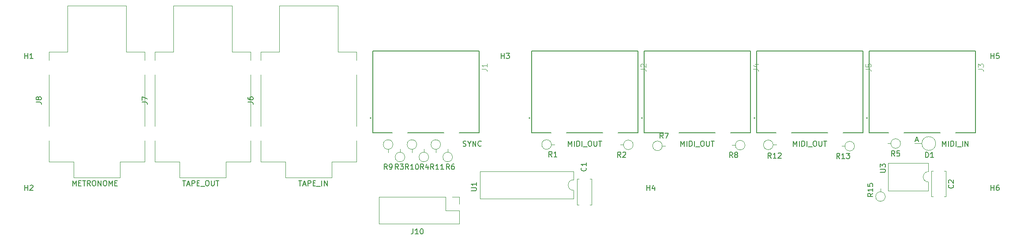
<source format=gbr>
%TF.GenerationSoftware,KiCad,Pcbnew,5.1.10*%
%TF.CreationDate,2021-09-20T11:14:50+10:00*%
%TF.ProjectId,MCB1,4d434231-2e6b-4696-9361-645f70636258,rev?*%
%TF.SameCoordinates,Original*%
%TF.FileFunction,Legend,Top*%
%TF.FilePolarity,Positive*%
%FSLAX46Y46*%
G04 Gerber Fmt 4.6, Leading zero omitted, Abs format (unit mm)*
G04 Created by KiCad (PCBNEW 5.1.10) date 2021-09-20 11:14:50*
%MOMM*%
%LPD*%
G01*
G04 APERTURE LIST*
%ADD10C,0.120000*%
%ADD11C,0.127000*%
%ADD12C,0.200000*%
%ADD13C,0.150000*%
%ADD14C,0.015000*%
G04 APERTURE END LIST*
D10*
%TO.C,C1*%
X170016500Y-100617500D02*
X170016500Y-95677500D01*
X172756500Y-100617500D02*
X172756500Y-95677500D01*
X170016500Y-100617500D02*
X170331500Y-100617500D01*
X172441500Y-100617500D02*
X172756500Y-100617500D01*
X170016500Y-95677500D02*
X170331500Y-95677500D01*
X172441500Y-95677500D02*
X172756500Y-95677500D01*
%TO.C,C2*%
X240450000Y-94090000D02*
X240765000Y-94090000D01*
X238025000Y-94090000D02*
X238340000Y-94090000D01*
X240450000Y-99030000D02*
X240765000Y-99030000D01*
X238025000Y-99030000D02*
X238340000Y-99030000D01*
X240765000Y-99030000D02*
X240765000Y-94090000D01*
X238025000Y-99030000D02*
X238025000Y-94090000D01*
%TO.C,R1*%
X165067500Y-89027000D02*
G75*
G03*
X165067500Y-89027000I-920000J0D01*
G01*
X165067500Y-89027000D02*
X165687500Y-89027000D01*
%TO.C,R2*%
X178912000Y-89090500D02*
X178292000Y-89090500D01*
X180752000Y-89090500D02*
G75*
G03*
X180752000Y-89090500I-920000J0D01*
G01*
%TO.C,R3*%
X136017000Y-90520000D02*
X136017000Y-89900000D01*
X136937000Y-91440000D02*
G75*
G03*
X136937000Y-91440000I-920000J0D01*
G01*
%TO.C,R4*%
X141509000Y-91440000D02*
G75*
G03*
X141509000Y-91440000I-920000J0D01*
G01*
X140589000Y-90520000D02*
X140589000Y-89900000D01*
%TO.C,R5*%
X230220000Y-88836500D02*
X229600000Y-88836500D01*
X232060000Y-88836500D02*
G75*
G03*
X232060000Y-88836500I-920000J0D01*
G01*
%TO.C,R6*%
X145161000Y-90520000D02*
X145161000Y-89900000D01*
X146081000Y-91440000D02*
G75*
G03*
X146081000Y-91440000I-920000J0D01*
G01*
%TO.C,R7*%
X186340000Y-89281000D02*
X186960000Y-89281000D01*
X186340000Y-89281000D02*
G75*
G03*
X186340000Y-89281000I-920000J0D01*
G01*
%TO.C,R8*%
X202215000Y-89154000D02*
G75*
G03*
X202215000Y-89154000I-920000J0D01*
G01*
X200375000Y-89154000D02*
X199755000Y-89154000D01*
%TO.C,R9*%
X134651000Y-89027000D02*
G75*
G03*
X134651000Y-89027000I-920000J0D01*
G01*
X133731000Y-89947000D02*
X133731000Y-90567000D01*
%TO.C,R10*%
X138303000Y-89947000D02*
X138303000Y-90567000D01*
X139223000Y-89027000D02*
G75*
G03*
X139223000Y-89027000I-920000J0D01*
G01*
%TO.C,R11*%
X143795000Y-89027000D02*
G75*
G03*
X143795000Y-89027000I-920000J0D01*
G01*
X142875000Y-89947000D02*
X142875000Y-90567000D01*
%TO.C,R12*%
X207612500Y-89090500D02*
X208232500Y-89090500D01*
X207612500Y-89090500D02*
G75*
G03*
X207612500Y-89090500I-920000J0D01*
G01*
%TO.C,R13*%
X223233500Y-89344500D02*
G75*
G03*
X223233500Y-89344500I-920000J0D01*
G01*
X221393500Y-89344500D02*
X220773500Y-89344500D01*
%TO.C,R15*%
X229139000Y-99060000D02*
G75*
G03*
X229139000Y-99060000I-920000J0D01*
G01*
X228219000Y-98140000D02*
X228219000Y-97520000D01*
D11*
%TO.C,J1*%
X151170000Y-71040000D02*
X151170000Y-86740000D01*
X151170000Y-86740000D02*
X147420000Y-86740000D01*
X144470000Y-86740000D02*
X137470000Y-86740000D01*
X134520000Y-86740000D02*
X130770000Y-86740000D01*
X130770000Y-86740000D02*
X130770000Y-71040000D01*
X130770000Y-71040000D02*
X151170000Y-71040000D01*
D12*
X130470000Y-83940000D02*
G75*
G03*
X130470000Y-83940000I-100000J0D01*
G01*
D11*
%TO.C,J2*%
X181650000Y-71040000D02*
X181650000Y-86740000D01*
X181650000Y-86740000D02*
X177900000Y-86740000D01*
X174950000Y-86740000D02*
X167950000Y-86740000D01*
X165000000Y-86740000D02*
X161250000Y-86740000D01*
X161250000Y-86740000D02*
X161250000Y-71040000D01*
X161250000Y-71040000D02*
X181650000Y-71040000D01*
D12*
X160950000Y-83940000D02*
G75*
G03*
X160950000Y-83940000I-100000J0D01*
G01*
%TO.C,J3*%
X225720000Y-83946500D02*
G75*
G03*
X225720000Y-83946500I-100000J0D01*
G01*
D11*
X226020000Y-71046500D02*
X246420000Y-71046500D01*
X226020000Y-86746500D02*
X226020000Y-71046500D01*
X229770000Y-86746500D02*
X226020000Y-86746500D01*
X239720000Y-86746500D02*
X232720000Y-86746500D01*
X246420000Y-86746500D02*
X242670000Y-86746500D01*
X246420000Y-71046500D02*
X246420000Y-86746500D01*
D12*
%TO.C,J4*%
X182540000Y-83940000D02*
G75*
G03*
X182540000Y-83940000I-100000J0D01*
G01*
D11*
X182840000Y-71040000D02*
X203240000Y-71040000D01*
X182840000Y-86740000D02*
X182840000Y-71040000D01*
X186590000Y-86740000D02*
X182840000Y-86740000D01*
X196540000Y-86740000D02*
X189540000Y-86740000D01*
X203240000Y-86740000D02*
X199490000Y-86740000D01*
X203240000Y-71040000D02*
X203240000Y-86740000D01*
%TO.C,J5*%
X224830000Y-71040000D02*
X224830000Y-86740000D01*
X224830000Y-86740000D02*
X221080000Y-86740000D01*
X218130000Y-86740000D02*
X211130000Y-86740000D01*
X208180000Y-86740000D02*
X204430000Y-86740000D01*
X204430000Y-86740000D02*
X204430000Y-71040000D01*
X204430000Y-71040000D02*
X224830000Y-71040000D01*
D12*
X204130000Y-83940000D02*
G75*
G03*
X204130000Y-83940000I-100000J0D01*
G01*
D10*
%TO.C,U1*%
X169287500Y-95837500D02*
X169287500Y-94187500D01*
X169287500Y-94187500D02*
X151387500Y-94187500D01*
X151387500Y-94187500D02*
X151387500Y-99487500D01*
X151387500Y-99487500D02*
X169287500Y-99487500D01*
X169287500Y-99487500D02*
X169287500Y-97837500D01*
X169287500Y-97837500D02*
G75*
G02*
X169287500Y-95837500I0J1000000D01*
G01*
%TO.C,J10*%
X132020000Y-99127000D02*
X132020000Y-104327000D01*
X144780000Y-99127000D02*
X132020000Y-99127000D01*
X147380000Y-104327000D02*
X132020000Y-104327000D01*
X144780000Y-99127000D02*
X144780000Y-101727000D01*
X144780000Y-101727000D02*
X147380000Y-101727000D01*
X147380000Y-101727000D02*
X147380000Y-104327000D01*
X146050000Y-99127000D02*
X147380000Y-99127000D01*
X147380000Y-99127000D02*
X147380000Y-100457000D01*
%TO.C,J6*%
X112858000Y-71148000D02*
X109258000Y-71148000D01*
X114008000Y-92388000D02*
X109258000Y-92388000D01*
X114008000Y-95388000D02*
X114008000Y-92388000D01*
X122908000Y-95388000D02*
X114008000Y-95388000D01*
X127698000Y-92388000D02*
X122948000Y-92388000D01*
X109258000Y-92388000D02*
X109258000Y-88268000D01*
X109258000Y-85468000D02*
X109258000Y-75568000D01*
X127698000Y-75568000D02*
X127698000Y-85468000D01*
X127698000Y-88268000D02*
X127698000Y-92388000D01*
X127698000Y-71148000D02*
X127698000Y-72768000D01*
X109258000Y-71148000D02*
X109258000Y-72768000D01*
X127698000Y-71148000D02*
X124098000Y-71148000D01*
X122948000Y-95388000D02*
X122948000Y-92388000D01*
X124098000Y-71148000D02*
X124098000Y-62298000D01*
X124098000Y-62298000D02*
X112858000Y-62298000D01*
X112858000Y-71148000D02*
X112858000Y-62298000D01*
%TO.C,J7*%
X92538000Y-71148000D02*
X92538000Y-62298000D01*
X103778000Y-62298000D02*
X92538000Y-62298000D01*
X103778000Y-71148000D02*
X103778000Y-62298000D01*
X102628000Y-95388000D02*
X102628000Y-92388000D01*
X107378000Y-71148000D02*
X103778000Y-71148000D01*
X88938000Y-71148000D02*
X88938000Y-72768000D01*
X107378000Y-71148000D02*
X107378000Y-72768000D01*
X107378000Y-88268000D02*
X107378000Y-92388000D01*
X107378000Y-75568000D02*
X107378000Y-85468000D01*
X88938000Y-85468000D02*
X88938000Y-75568000D01*
X88938000Y-92388000D02*
X88938000Y-88268000D01*
X107378000Y-92388000D02*
X102628000Y-92388000D01*
X102588000Y-95388000D02*
X93688000Y-95388000D01*
X93688000Y-95388000D02*
X93688000Y-92388000D01*
X93688000Y-92388000D02*
X88938000Y-92388000D01*
X92538000Y-71148000D02*
X88938000Y-71148000D01*
%TO.C,J8*%
X72218000Y-71148000D02*
X68618000Y-71148000D01*
X73368000Y-92388000D02*
X68618000Y-92388000D01*
X73368000Y-95388000D02*
X73368000Y-92388000D01*
X82268000Y-95388000D02*
X73368000Y-95388000D01*
X87058000Y-92388000D02*
X82308000Y-92388000D01*
X68618000Y-92388000D02*
X68618000Y-88268000D01*
X68618000Y-85468000D02*
X68618000Y-75568000D01*
X87058000Y-75568000D02*
X87058000Y-85468000D01*
X87058000Y-88268000D02*
X87058000Y-92388000D01*
X87058000Y-71148000D02*
X87058000Y-72768000D01*
X68618000Y-71148000D02*
X68618000Y-72768000D01*
X87058000Y-71148000D02*
X83458000Y-71148000D01*
X82308000Y-95388000D02*
X82308000Y-92388000D01*
X83458000Y-71148000D02*
X83458000Y-62298000D01*
X83458000Y-62298000D02*
X72218000Y-62298000D01*
X72218000Y-71148000D02*
X72218000Y-62298000D01*
%TO.C,U3*%
X237423000Y-97900000D02*
X237423000Y-96250000D01*
X229683000Y-97900000D02*
X237423000Y-97900000D01*
X229683000Y-92600000D02*
X229683000Y-97900000D01*
X237423000Y-92600000D02*
X229683000Y-92600000D01*
X237423000Y-94250000D02*
X237423000Y-92600000D01*
X237423000Y-96250000D02*
G75*
G02*
X237423000Y-94250000I0J1000000D01*
G01*
%TO.C,D1*%
X236163629Y-88836500D02*
X234780000Y-88836500D01*
X238816371Y-88836500D02*
G75*
G03*
X238816371Y-88836500I-1326371J0D01*
G01*
%TO.C,C1*%
D13*
X171680142Y-93511666D02*
X171727761Y-93559285D01*
X171775380Y-93702142D01*
X171775380Y-93797380D01*
X171727761Y-93940238D01*
X171632523Y-94035476D01*
X171537285Y-94083095D01*
X171346809Y-94130714D01*
X171203952Y-94130714D01*
X171013476Y-94083095D01*
X170918238Y-94035476D01*
X170823000Y-93940238D01*
X170775380Y-93797380D01*
X170775380Y-93702142D01*
X170823000Y-93559285D01*
X170870619Y-93511666D01*
X171775380Y-92559285D02*
X171775380Y-93130714D01*
X171775380Y-92845000D02*
X170775380Y-92845000D01*
X170918238Y-92940238D01*
X171013476Y-93035476D01*
X171061095Y-93130714D01*
%TO.C,C2*%
X242165142Y-96813666D02*
X242212761Y-96861285D01*
X242260380Y-97004142D01*
X242260380Y-97099380D01*
X242212761Y-97242238D01*
X242117523Y-97337476D01*
X242022285Y-97385095D01*
X241831809Y-97432714D01*
X241688952Y-97432714D01*
X241498476Y-97385095D01*
X241403238Y-97337476D01*
X241308000Y-97242238D01*
X241260380Y-97099380D01*
X241260380Y-97004142D01*
X241308000Y-96861285D01*
X241355619Y-96813666D01*
X241355619Y-96432714D02*
X241308000Y-96385095D01*
X241260380Y-96289857D01*
X241260380Y-96051761D01*
X241308000Y-95956523D01*
X241355619Y-95908904D01*
X241450857Y-95861285D01*
X241546095Y-95861285D01*
X241688952Y-95908904D01*
X242260380Y-96480333D01*
X242260380Y-95861285D01*
%TO.C,R1*%
X165187333Y-91384380D02*
X164854000Y-90908190D01*
X164615904Y-91384380D02*
X164615904Y-90384380D01*
X164996857Y-90384380D01*
X165092095Y-90432000D01*
X165139714Y-90479619D01*
X165187333Y-90574857D01*
X165187333Y-90717714D01*
X165139714Y-90812952D01*
X165092095Y-90860571D01*
X164996857Y-90908190D01*
X164615904Y-90908190D01*
X166139714Y-91384380D02*
X165568285Y-91384380D01*
X165854000Y-91384380D02*
X165854000Y-90384380D01*
X165758761Y-90527238D01*
X165663523Y-90622476D01*
X165568285Y-90670095D01*
%TO.C,R2*%
X178395333Y-91462880D02*
X178062000Y-90986690D01*
X177823904Y-91462880D02*
X177823904Y-90462880D01*
X178204857Y-90462880D01*
X178300095Y-90510500D01*
X178347714Y-90558119D01*
X178395333Y-90653357D01*
X178395333Y-90796214D01*
X178347714Y-90891452D01*
X178300095Y-90939071D01*
X178204857Y-90986690D01*
X177823904Y-90986690D01*
X178776285Y-90558119D02*
X178823904Y-90510500D01*
X178919142Y-90462880D01*
X179157238Y-90462880D01*
X179252476Y-90510500D01*
X179300095Y-90558119D01*
X179347714Y-90653357D01*
X179347714Y-90748595D01*
X179300095Y-90891452D01*
X178728666Y-91462880D01*
X179347714Y-91462880D01*
%TO.C,R3*%
X135723333Y-93797380D02*
X135390000Y-93321190D01*
X135151904Y-93797380D02*
X135151904Y-92797380D01*
X135532857Y-92797380D01*
X135628095Y-92845000D01*
X135675714Y-92892619D01*
X135723333Y-92987857D01*
X135723333Y-93130714D01*
X135675714Y-93225952D01*
X135628095Y-93273571D01*
X135532857Y-93321190D01*
X135151904Y-93321190D01*
X136056666Y-92797380D02*
X136675714Y-92797380D01*
X136342380Y-93178333D01*
X136485238Y-93178333D01*
X136580476Y-93225952D01*
X136628095Y-93273571D01*
X136675714Y-93368809D01*
X136675714Y-93606904D01*
X136628095Y-93702142D01*
X136580476Y-93749761D01*
X136485238Y-93797380D01*
X136199523Y-93797380D01*
X136104285Y-93749761D01*
X136056666Y-93702142D01*
%TO.C,R4*%
X140549333Y-93797380D02*
X140216000Y-93321190D01*
X139977904Y-93797380D02*
X139977904Y-92797380D01*
X140358857Y-92797380D01*
X140454095Y-92845000D01*
X140501714Y-92892619D01*
X140549333Y-92987857D01*
X140549333Y-93130714D01*
X140501714Y-93225952D01*
X140454095Y-93273571D01*
X140358857Y-93321190D01*
X139977904Y-93321190D01*
X141406476Y-93130714D02*
X141406476Y-93797380D01*
X141168380Y-92749761D02*
X140930285Y-93464047D01*
X141549333Y-93464047D01*
%TO.C,R5*%
X230973333Y-91257380D02*
X230640000Y-90781190D01*
X230401904Y-91257380D02*
X230401904Y-90257380D01*
X230782857Y-90257380D01*
X230878095Y-90305000D01*
X230925714Y-90352619D01*
X230973333Y-90447857D01*
X230973333Y-90590714D01*
X230925714Y-90685952D01*
X230878095Y-90733571D01*
X230782857Y-90781190D01*
X230401904Y-90781190D01*
X231878095Y-90257380D02*
X231401904Y-90257380D01*
X231354285Y-90733571D01*
X231401904Y-90685952D01*
X231497142Y-90638333D01*
X231735238Y-90638333D01*
X231830476Y-90685952D01*
X231878095Y-90733571D01*
X231925714Y-90828809D01*
X231925714Y-91066904D01*
X231878095Y-91162142D01*
X231830476Y-91209761D01*
X231735238Y-91257380D01*
X231497142Y-91257380D01*
X231401904Y-91209761D01*
X231354285Y-91162142D01*
%TO.C,R6*%
X145502333Y-93797380D02*
X145169000Y-93321190D01*
X144930904Y-93797380D02*
X144930904Y-92797380D01*
X145311857Y-92797380D01*
X145407095Y-92845000D01*
X145454714Y-92892619D01*
X145502333Y-92987857D01*
X145502333Y-93130714D01*
X145454714Y-93225952D01*
X145407095Y-93273571D01*
X145311857Y-93321190D01*
X144930904Y-93321190D01*
X146359476Y-92797380D02*
X146169000Y-92797380D01*
X146073761Y-92845000D01*
X146026142Y-92892619D01*
X145930904Y-93035476D01*
X145883285Y-93225952D01*
X145883285Y-93606904D01*
X145930904Y-93702142D01*
X145978523Y-93749761D01*
X146073761Y-93797380D01*
X146264238Y-93797380D01*
X146359476Y-93749761D01*
X146407095Y-93702142D01*
X146454714Y-93606904D01*
X146454714Y-93368809D01*
X146407095Y-93273571D01*
X146359476Y-93225952D01*
X146264238Y-93178333D01*
X146073761Y-93178333D01*
X145978523Y-93225952D01*
X145930904Y-93273571D01*
X145883285Y-93368809D01*
%TO.C,R7*%
X186523333Y-87813380D02*
X186190000Y-87337190D01*
X185951904Y-87813380D02*
X185951904Y-86813380D01*
X186332857Y-86813380D01*
X186428095Y-86861000D01*
X186475714Y-86908619D01*
X186523333Y-87003857D01*
X186523333Y-87146714D01*
X186475714Y-87241952D01*
X186428095Y-87289571D01*
X186332857Y-87337190D01*
X185951904Y-87337190D01*
X186856666Y-86813380D02*
X187523333Y-86813380D01*
X187094761Y-87813380D01*
%TO.C,R8*%
X199858333Y-91526380D02*
X199525000Y-91050190D01*
X199286904Y-91526380D02*
X199286904Y-90526380D01*
X199667857Y-90526380D01*
X199763095Y-90574000D01*
X199810714Y-90621619D01*
X199858333Y-90716857D01*
X199858333Y-90859714D01*
X199810714Y-90954952D01*
X199763095Y-91002571D01*
X199667857Y-91050190D01*
X199286904Y-91050190D01*
X200429761Y-90954952D02*
X200334523Y-90907333D01*
X200286904Y-90859714D01*
X200239285Y-90764476D01*
X200239285Y-90716857D01*
X200286904Y-90621619D01*
X200334523Y-90574000D01*
X200429761Y-90526380D01*
X200620238Y-90526380D01*
X200715476Y-90574000D01*
X200763095Y-90621619D01*
X200810714Y-90716857D01*
X200810714Y-90764476D01*
X200763095Y-90859714D01*
X200715476Y-90907333D01*
X200620238Y-90954952D01*
X200429761Y-90954952D01*
X200334523Y-91002571D01*
X200286904Y-91050190D01*
X200239285Y-91145428D01*
X200239285Y-91335904D01*
X200286904Y-91431142D01*
X200334523Y-91478761D01*
X200429761Y-91526380D01*
X200620238Y-91526380D01*
X200715476Y-91478761D01*
X200763095Y-91431142D01*
X200810714Y-91335904D01*
X200810714Y-91145428D01*
X200763095Y-91050190D01*
X200715476Y-91002571D01*
X200620238Y-90954952D01*
%TO.C,R9*%
X133564333Y-93797380D02*
X133231000Y-93321190D01*
X132992904Y-93797380D02*
X132992904Y-92797380D01*
X133373857Y-92797380D01*
X133469095Y-92845000D01*
X133516714Y-92892619D01*
X133564333Y-92987857D01*
X133564333Y-93130714D01*
X133516714Y-93225952D01*
X133469095Y-93273571D01*
X133373857Y-93321190D01*
X132992904Y-93321190D01*
X134040523Y-93797380D02*
X134231000Y-93797380D01*
X134326238Y-93749761D01*
X134373857Y-93702142D01*
X134469095Y-93559285D01*
X134516714Y-93368809D01*
X134516714Y-92987857D01*
X134469095Y-92892619D01*
X134421476Y-92845000D01*
X134326238Y-92797380D01*
X134135761Y-92797380D01*
X134040523Y-92845000D01*
X133992904Y-92892619D01*
X133945285Y-92987857D01*
X133945285Y-93225952D01*
X133992904Y-93321190D01*
X134040523Y-93368809D01*
X134135761Y-93416428D01*
X134326238Y-93416428D01*
X134421476Y-93368809D01*
X134469095Y-93321190D01*
X134516714Y-93225952D01*
%TO.C,R10*%
X137660142Y-93797380D02*
X137326809Y-93321190D01*
X137088714Y-93797380D02*
X137088714Y-92797380D01*
X137469666Y-92797380D01*
X137564904Y-92845000D01*
X137612523Y-92892619D01*
X137660142Y-92987857D01*
X137660142Y-93130714D01*
X137612523Y-93225952D01*
X137564904Y-93273571D01*
X137469666Y-93321190D01*
X137088714Y-93321190D01*
X138612523Y-93797380D02*
X138041095Y-93797380D01*
X138326809Y-93797380D02*
X138326809Y-92797380D01*
X138231571Y-92940238D01*
X138136333Y-93035476D01*
X138041095Y-93083095D01*
X139231571Y-92797380D02*
X139326809Y-92797380D01*
X139422047Y-92845000D01*
X139469666Y-92892619D01*
X139517285Y-92987857D01*
X139564904Y-93178333D01*
X139564904Y-93416428D01*
X139517285Y-93606904D01*
X139469666Y-93702142D01*
X139422047Y-93749761D01*
X139326809Y-93797380D01*
X139231571Y-93797380D01*
X139136333Y-93749761D01*
X139088714Y-93702142D01*
X139041095Y-93606904D01*
X138993476Y-93416428D01*
X138993476Y-93178333D01*
X139041095Y-92987857D01*
X139088714Y-92892619D01*
X139136333Y-92845000D01*
X139231571Y-92797380D01*
%TO.C,R11*%
X142486142Y-93797380D02*
X142152809Y-93321190D01*
X141914714Y-93797380D02*
X141914714Y-92797380D01*
X142295666Y-92797380D01*
X142390904Y-92845000D01*
X142438523Y-92892619D01*
X142486142Y-92987857D01*
X142486142Y-93130714D01*
X142438523Y-93225952D01*
X142390904Y-93273571D01*
X142295666Y-93321190D01*
X141914714Y-93321190D01*
X143438523Y-93797380D02*
X142867095Y-93797380D01*
X143152809Y-93797380D02*
X143152809Y-92797380D01*
X143057571Y-92940238D01*
X142962333Y-93035476D01*
X142867095Y-93083095D01*
X144390904Y-93797380D02*
X143819476Y-93797380D01*
X144105190Y-93797380D02*
X144105190Y-92797380D01*
X144009952Y-92940238D01*
X143914714Y-93035476D01*
X143819476Y-93083095D01*
%TO.C,R12*%
X207256142Y-91638380D02*
X206922809Y-91162190D01*
X206684714Y-91638380D02*
X206684714Y-90638380D01*
X207065666Y-90638380D01*
X207160904Y-90686000D01*
X207208523Y-90733619D01*
X207256142Y-90828857D01*
X207256142Y-90971714D01*
X207208523Y-91066952D01*
X207160904Y-91114571D01*
X207065666Y-91162190D01*
X206684714Y-91162190D01*
X208208523Y-91638380D02*
X207637095Y-91638380D01*
X207922809Y-91638380D02*
X207922809Y-90638380D01*
X207827571Y-90781238D01*
X207732333Y-90876476D01*
X207637095Y-90924095D01*
X208589476Y-90733619D02*
X208637095Y-90686000D01*
X208732333Y-90638380D01*
X208970428Y-90638380D01*
X209065666Y-90686000D01*
X209113285Y-90733619D01*
X209160904Y-90828857D01*
X209160904Y-90924095D01*
X209113285Y-91066952D01*
X208541857Y-91638380D01*
X209160904Y-91638380D01*
%TO.C,R13*%
X220400642Y-91716880D02*
X220067309Y-91240690D01*
X219829214Y-91716880D02*
X219829214Y-90716880D01*
X220210166Y-90716880D01*
X220305404Y-90764500D01*
X220353023Y-90812119D01*
X220400642Y-90907357D01*
X220400642Y-91050214D01*
X220353023Y-91145452D01*
X220305404Y-91193071D01*
X220210166Y-91240690D01*
X219829214Y-91240690D01*
X221353023Y-91716880D02*
X220781595Y-91716880D01*
X221067309Y-91716880D02*
X221067309Y-90716880D01*
X220972071Y-90859738D01*
X220876833Y-90954976D01*
X220781595Y-91002595D01*
X221686357Y-90716880D02*
X222305404Y-90716880D01*
X221972071Y-91097833D01*
X222114928Y-91097833D01*
X222210166Y-91145452D01*
X222257785Y-91193071D01*
X222305404Y-91288309D01*
X222305404Y-91526404D01*
X222257785Y-91621642D01*
X222210166Y-91669261D01*
X222114928Y-91716880D01*
X221829214Y-91716880D01*
X221733976Y-91669261D01*
X221686357Y-91621642D01*
%TO.C,R15*%
X226751380Y-98432857D02*
X226275190Y-98766190D01*
X226751380Y-99004285D02*
X225751380Y-99004285D01*
X225751380Y-98623333D01*
X225799000Y-98528095D01*
X225846619Y-98480476D01*
X225941857Y-98432857D01*
X226084714Y-98432857D01*
X226179952Y-98480476D01*
X226227571Y-98528095D01*
X226275190Y-98623333D01*
X226275190Y-99004285D01*
X226751380Y-97480476D02*
X226751380Y-98051904D01*
X226751380Y-97766190D02*
X225751380Y-97766190D01*
X225894238Y-97861428D01*
X225989476Y-97956666D01*
X226037095Y-98051904D01*
X225751380Y-96575714D02*
X225751380Y-97051904D01*
X226227571Y-97099523D01*
X226179952Y-97051904D01*
X226132333Y-96956666D01*
X226132333Y-96718571D01*
X226179952Y-96623333D01*
X226227571Y-96575714D01*
X226322809Y-96528095D01*
X226560904Y-96528095D01*
X226656142Y-96575714D01*
X226703761Y-96623333D01*
X226751380Y-96718571D01*
X226751380Y-96956666D01*
X226703761Y-97051904D01*
X226656142Y-97099523D01*
%TO.C,J1*%
D14*
X151725380Y-74501333D02*
X152439666Y-74501333D01*
X152582523Y-74548952D01*
X152677761Y-74644190D01*
X152725380Y-74787047D01*
X152725380Y-74882285D01*
X152725380Y-73501333D02*
X152725380Y-74072761D01*
X152725380Y-73787047D02*
X151725380Y-73787047D01*
X151868238Y-73882285D01*
X151963476Y-73977523D01*
X152011095Y-74072761D01*
D13*
X148121904Y-89304761D02*
X148264761Y-89352380D01*
X148502857Y-89352380D01*
X148598095Y-89304761D01*
X148645714Y-89257142D01*
X148693333Y-89161904D01*
X148693333Y-89066666D01*
X148645714Y-88971428D01*
X148598095Y-88923809D01*
X148502857Y-88876190D01*
X148312380Y-88828571D01*
X148217142Y-88780952D01*
X148169523Y-88733333D01*
X148121904Y-88638095D01*
X148121904Y-88542857D01*
X148169523Y-88447619D01*
X148217142Y-88400000D01*
X148312380Y-88352380D01*
X148550476Y-88352380D01*
X148693333Y-88400000D01*
X149312380Y-88876190D02*
X149312380Y-89352380D01*
X148979047Y-88352380D02*
X149312380Y-88876190D01*
X149645714Y-88352380D01*
X149979047Y-89352380D02*
X149979047Y-88352380D01*
X150550476Y-89352380D01*
X150550476Y-88352380D01*
X151598095Y-89257142D02*
X151550476Y-89304761D01*
X151407619Y-89352380D01*
X151312380Y-89352380D01*
X151169523Y-89304761D01*
X151074285Y-89209523D01*
X151026666Y-89114285D01*
X150979047Y-88923809D01*
X150979047Y-88780952D01*
X151026666Y-88590476D01*
X151074285Y-88495238D01*
X151169523Y-88400000D01*
X151312380Y-88352380D01*
X151407619Y-88352380D01*
X151550476Y-88400000D01*
X151598095Y-88447619D01*
%TO.C,J2*%
D14*
X182205380Y-74501333D02*
X182919666Y-74501333D01*
X183062523Y-74548952D01*
X183157761Y-74644190D01*
X183205380Y-74787047D01*
X183205380Y-74882285D01*
X182300619Y-74072761D02*
X182253000Y-74025142D01*
X182205380Y-73929904D01*
X182205380Y-73691809D01*
X182253000Y-73596571D01*
X182300619Y-73548952D01*
X182395857Y-73501333D01*
X182491095Y-73501333D01*
X182633952Y-73548952D01*
X183205380Y-74120380D01*
X183205380Y-73501333D01*
D13*
X168330952Y-89352380D02*
X168330952Y-88352380D01*
X168664285Y-89066666D01*
X168997619Y-88352380D01*
X168997619Y-89352380D01*
X169473809Y-89352380D02*
X169473809Y-88352380D01*
X169950000Y-89352380D02*
X169950000Y-88352380D01*
X170188095Y-88352380D01*
X170330952Y-88400000D01*
X170426190Y-88495238D01*
X170473809Y-88590476D01*
X170521428Y-88780952D01*
X170521428Y-88923809D01*
X170473809Y-89114285D01*
X170426190Y-89209523D01*
X170330952Y-89304761D01*
X170188095Y-89352380D01*
X169950000Y-89352380D01*
X170950000Y-89352380D02*
X170950000Y-88352380D01*
X171188095Y-89447619D02*
X171950000Y-89447619D01*
X172378571Y-88352380D02*
X172569047Y-88352380D01*
X172664285Y-88400000D01*
X172759523Y-88495238D01*
X172807142Y-88685714D01*
X172807142Y-89019047D01*
X172759523Y-89209523D01*
X172664285Y-89304761D01*
X172569047Y-89352380D01*
X172378571Y-89352380D01*
X172283333Y-89304761D01*
X172188095Y-89209523D01*
X172140476Y-89019047D01*
X172140476Y-88685714D01*
X172188095Y-88495238D01*
X172283333Y-88400000D01*
X172378571Y-88352380D01*
X173235714Y-88352380D02*
X173235714Y-89161904D01*
X173283333Y-89257142D01*
X173330952Y-89304761D01*
X173426190Y-89352380D01*
X173616666Y-89352380D01*
X173711904Y-89304761D01*
X173759523Y-89257142D01*
X173807142Y-89161904D01*
X173807142Y-88352380D01*
X174140476Y-88352380D02*
X174711904Y-88352380D01*
X174426190Y-89352380D02*
X174426190Y-88352380D01*
%TO.C,J3*%
D14*
X246975380Y-74507833D02*
X247689666Y-74507833D01*
X247832523Y-74555452D01*
X247927761Y-74650690D01*
X247975380Y-74793547D01*
X247975380Y-74888785D01*
X246975380Y-74126880D02*
X246975380Y-73507833D01*
X247356333Y-73841166D01*
X247356333Y-73698309D01*
X247403952Y-73603071D01*
X247451571Y-73555452D01*
X247546809Y-73507833D01*
X247784904Y-73507833D01*
X247880142Y-73555452D01*
X247927761Y-73603071D01*
X247975380Y-73698309D01*
X247975380Y-73984023D01*
X247927761Y-74079261D01*
X247880142Y-74126880D01*
D13*
X240117619Y-89352380D02*
X240117619Y-88352380D01*
X240450952Y-89066666D01*
X240784285Y-88352380D01*
X240784285Y-89352380D01*
X241260476Y-89352380D02*
X241260476Y-88352380D01*
X241736666Y-89352380D02*
X241736666Y-88352380D01*
X241974761Y-88352380D01*
X242117619Y-88400000D01*
X242212857Y-88495238D01*
X242260476Y-88590476D01*
X242308095Y-88780952D01*
X242308095Y-88923809D01*
X242260476Y-89114285D01*
X242212857Y-89209523D01*
X242117619Y-89304761D01*
X241974761Y-89352380D01*
X241736666Y-89352380D01*
X242736666Y-89352380D02*
X242736666Y-88352380D01*
X242974761Y-89447619D02*
X243736666Y-89447619D01*
X243974761Y-89352380D02*
X243974761Y-88352380D01*
X244450952Y-89352380D02*
X244450952Y-88352380D01*
X245022380Y-89352380D01*
X245022380Y-88352380D01*
%TO.C,J4*%
D14*
X203795380Y-74501333D02*
X204509666Y-74501333D01*
X204652523Y-74548952D01*
X204747761Y-74644190D01*
X204795380Y-74787047D01*
X204795380Y-74882285D01*
X204128714Y-73596571D02*
X204795380Y-73596571D01*
X203747761Y-73834666D02*
X204462047Y-74072761D01*
X204462047Y-73453714D01*
D13*
X189920952Y-89352380D02*
X189920952Y-88352380D01*
X190254285Y-89066666D01*
X190587619Y-88352380D01*
X190587619Y-89352380D01*
X191063809Y-89352380D02*
X191063809Y-88352380D01*
X191540000Y-89352380D02*
X191540000Y-88352380D01*
X191778095Y-88352380D01*
X191920952Y-88400000D01*
X192016190Y-88495238D01*
X192063809Y-88590476D01*
X192111428Y-88780952D01*
X192111428Y-88923809D01*
X192063809Y-89114285D01*
X192016190Y-89209523D01*
X191920952Y-89304761D01*
X191778095Y-89352380D01*
X191540000Y-89352380D01*
X192540000Y-89352380D02*
X192540000Y-88352380D01*
X192778095Y-89447619D02*
X193540000Y-89447619D01*
X193968571Y-88352380D02*
X194159047Y-88352380D01*
X194254285Y-88400000D01*
X194349523Y-88495238D01*
X194397142Y-88685714D01*
X194397142Y-89019047D01*
X194349523Y-89209523D01*
X194254285Y-89304761D01*
X194159047Y-89352380D01*
X193968571Y-89352380D01*
X193873333Y-89304761D01*
X193778095Y-89209523D01*
X193730476Y-89019047D01*
X193730476Y-88685714D01*
X193778095Y-88495238D01*
X193873333Y-88400000D01*
X193968571Y-88352380D01*
X194825714Y-88352380D02*
X194825714Y-89161904D01*
X194873333Y-89257142D01*
X194920952Y-89304761D01*
X195016190Y-89352380D01*
X195206666Y-89352380D01*
X195301904Y-89304761D01*
X195349523Y-89257142D01*
X195397142Y-89161904D01*
X195397142Y-88352380D01*
X195730476Y-88352380D02*
X196301904Y-88352380D01*
X196016190Y-89352380D02*
X196016190Y-88352380D01*
%TO.C,J5*%
D14*
X225385380Y-74501333D02*
X226099666Y-74501333D01*
X226242523Y-74548952D01*
X226337761Y-74644190D01*
X226385380Y-74787047D01*
X226385380Y-74882285D01*
X225385380Y-73548952D02*
X225385380Y-74025142D01*
X225861571Y-74072761D01*
X225813952Y-74025142D01*
X225766333Y-73929904D01*
X225766333Y-73691809D01*
X225813952Y-73596571D01*
X225861571Y-73548952D01*
X225956809Y-73501333D01*
X226194904Y-73501333D01*
X226290142Y-73548952D01*
X226337761Y-73596571D01*
X226385380Y-73691809D01*
X226385380Y-73929904D01*
X226337761Y-74025142D01*
X226290142Y-74072761D01*
D13*
X211510952Y-89352380D02*
X211510952Y-88352380D01*
X211844285Y-89066666D01*
X212177619Y-88352380D01*
X212177619Y-89352380D01*
X212653809Y-89352380D02*
X212653809Y-88352380D01*
X213130000Y-89352380D02*
X213130000Y-88352380D01*
X213368095Y-88352380D01*
X213510952Y-88400000D01*
X213606190Y-88495238D01*
X213653809Y-88590476D01*
X213701428Y-88780952D01*
X213701428Y-88923809D01*
X213653809Y-89114285D01*
X213606190Y-89209523D01*
X213510952Y-89304761D01*
X213368095Y-89352380D01*
X213130000Y-89352380D01*
X214130000Y-89352380D02*
X214130000Y-88352380D01*
X214368095Y-89447619D02*
X215130000Y-89447619D01*
X215558571Y-88352380D02*
X215749047Y-88352380D01*
X215844285Y-88400000D01*
X215939523Y-88495238D01*
X215987142Y-88685714D01*
X215987142Y-89019047D01*
X215939523Y-89209523D01*
X215844285Y-89304761D01*
X215749047Y-89352380D01*
X215558571Y-89352380D01*
X215463333Y-89304761D01*
X215368095Y-89209523D01*
X215320476Y-89019047D01*
X215320476Y-88685714D01*
X215368095Y-88495238D01*
X215463333Y-88400000D01*
X215558571Y-88352380D01*
X216415714Y-88352380D02*
X216415714Y-89161904D01*
X216463333Y-89257142D01*
X216510952Y-89304761D01*
X216606190Y-89352380D01*
X216796666Y-89352380D01*
X216891904Y-89304761D01*
X216939523Y-89257142D01*
X216987142Y-89161904D01*
X216987142Y-88352380D01*
X217320476Y-88352380D02*
X217891904Y-88352380D01*
X217606190Y-89352380D02*
X217606190Y-88352380D01*
%TO.C,U1*%
X149693380Y-97916904D02*
X150502904Y-97916904D01*
X150598142Y-97869285D01*
X150645761Y-97821666D01*
X150693380Y-97726428D01*
X150693380Y-97535952D01*
X150645761Y-97440714D01*
X150598142Y-97393095D01*
X150502904Y-97345476D01*
X149693380Y-97345476D01*
X150693380Y-96345476D02*
X150693380Y-96916904D01*
X150693380Y-96631190D02*
X149693380Y-96631190D01*
X149836238Y-96726428D01*
X149931476Y-96821666D01*
X149979095Y-96916904D01*
%TO.C,J10*%
X138509476Y-105243380D02*
X138509476Y-105957666D01*
X138461857Y-106100523D01*
X138366619Y-106195761D01*
X138223761Y-106243380D01*
X138128523Y-106243380D01*
X139509476Y-106243380D02*
X138938047Y-106243380D01*
X139223761Y-106243380D02*
X139223761Y-105243380D01*
X139128523Y-105386238D01*
X139033285Y-105481476D01*
X138938047Y-105529095D01*
X140128523Y-105243380D02*
X140223761Y-105243380D01*
X140319000Y-105291000D01*
X140366619Y-105338619D01*
X140414238Y-105433857D01*
X140461857Y-105624333D01*
X140461857Y-105862428D01*
X140414238Y-106052904D01*
X140366619Y-106148142D01*
X140319000Y-106195761D01*
X140223761Y-106243380D01*
X140128523Y-106243380D01*
X140033285Y-106195761D01*
X139985666Y-106148142D01*
X139938047Y-106052904D01*
X139890428Y-105862428D01*
X139890428Y-105624333D01*
X139938047Y-105433857D01*
X139985666Y-105338619D01*
X140033285Y-105291000D01*
X140128523Y-105243380D01*
%TO.C,H1*%
X64008095Y-72452380D02*
X64008095Y-71452380D01*
X64008095Y-71928571D02*
X64579523Y-71928571D01*
X64579523Y-72452380D02*
X64579523Y-71452380D01*
X65579523Y-72452380D02*
X65008095Y-72452380D01*
X65293809Y-72452380D02*
X65293809Y-71452380D01*
X65198571Y-71595238D01*
X65103333Y-71690476D01*
X65008095Y-71738095D01*
%TO.C,H2*%
X64008095Y-97852380D02*
X64008095Y-96852380D01*
X64008095Y-97328571D02*
X64579523Y-97328571D01*
X64579523Y-97852380D02*
X64579523Y-96852380D01*
X65008095Y-96947619D02*
X65055714Y-96900000D01*
X65150952Y-96852380D01*
X65389047Y-96852380D01*
X65484285Y-96900000D01*
X65531904Y-96947619D01*
X65579523Y-97042857D01*
X65579523Y-97138095D01*
X65531904Y-97280952D01*
X64960476Y-97852380D01*
X65579523Y-97852380D01*
%TO.C,H3*%
X155448095Y-72452380D02*
X155448095Y-71452380D01*
X155448095Y-71928571D02*
X156019523Y-71928571D01*
X156019523Y-72452380D02*
X156019523Y-71452380D01*
X156400476Y-71452380D02*
X157019523Y-71452380D01*
X156686190Y-71833333D01*
X156829047Y-71833333D01*
X156924285Y-71880952D01*
X156971904Y-71928571D01*
X157019523Y-72023809D01*
X157019523Y-72261904D01*
X156971904Y-72357142D01*
X156924285Y-72404761D01*
X156829047Y-72452380D01*
X156543333Y-72452380D01*
X156448095Y-72404761D01*
X156400476Y-72357142D01*
%TO.C,H4*%
X183388095Y-97852380D02*
X183388095Y-96852380D01*
X183388095Y-97328571D02*
X183959523Y-97328571D01*
X183959523Y-97852380D02*
X183959523Y-96852380D01*
X184864285Y-97185714D02*
X184864285Y-97852380D01*
X184626190Y-96804761D02*
X184388095Y-97519047D01*
X185007142Y-97519047D01*
%TO.C,H5*%
X249428095Y-72452380D02*
X249428095Y-71452380D01*
X249428095Y-71928571D02*
X249999523Y-71928571D01*
X249999523Y-72452380D02*
X249999523Y-71452380D01*
X250951904Y-71452380D02*
X250475714Y-71452380D01*
X250428095Y-71928571D01*
X250475714Y-71880952D01*
X250570952Y-71833333D01*
X250809047Y-71833333D01*
X250904285Y-71880952D01*
X250951904Y-71928571D01*
X250999523Y-72023809D01*
X250999523Y-72261904D01*
X250951904Y-72357142D01*
X250904285Y-72404761D01*
X250809047Y-72452380D01*
X250570952Y-72452380D01*
X250475714Y-72404761D01*
X250428095Y-72357142D01*
%TO.C,H6*%
X249428095Y-97852380D02*
X249428095Y-96852380D01*
X249428095Y-97328571D02*
X249999523Y-97328571D01*
X249999523Y-97852380D02*
X249999523Y-96852380D01*
X250904285Y-96852380D02*
X250713809Y-96852380D01*
X250618571Y-96900000D01*
X250570952Y-96947619D01*
X250475714Y-97090476D01*
X250428095Y-97280952D01*
X250428095Y-97661904D01*
X250475714Y-97757142D01*
X250523333Y-97804761D01*
X250618571Y-97852380D01*
X250809047Y-97852380D01*
X250904285Y-97804761D01*
X250951904Y-97757142D01*
X250999523Y-97661904D01*
X250999523Y-97423809D01*
X250951904Y-97328571D01*
X250904285Y-97280952D01*
X250809047Y-97233333D01*
X250618571Y-97233333D01*
X250523333Y-97280952D01*
X250475714Y-97328571D01*
X250428095Y-97423809D01*
%TO.C,J6*%
X106815380Y-80851333D02*
X107529666Y-80851333D01*
X107672523Y-80898952D01*
X107767761Y-80994190D01*
X107815380Y-81137047D01*
X107815380Y-81232285D01*
X106815380Y-79946571D02*
X106815380Y-80137047D01*
X106863000Y-80232285D01*
X106910619Y-80279904D01*
X107053476Y-80375142D01*
X107243952Y-80422761D01*
X107624904Y-80422761D01*
X107720142Y-80375142D01*
X107767761Y-80327523D01*
X107815380Y-80232285D01*
X107815380Y-80041809D01*
X107767761Y-79946571D01*
X107720142Y-79898952D01*
X107624904Y-79851333D01*
X107386809Y-79851333D01*
X107291571Y-79898952D01*
X107243952Y-79946571D01*
X107196333Y-80041809D01*
X107196333Y-80232285D01*
X107243952Y-80327523D01*
X107291571Y-80375142D01*
X107386809Y-80422761D01*
X116570476Y-95972380D02*
X117141904Y-95972380D01*
X116856190Y-96972380D02*
X116856190Y-95972380D01*
X117427619Y-96686666D02*
X117903809Y-96686666D01*
X117332380Y-96972380D02*
X117665714Y-95972380D01*
X117999047Y-96972380D01*
X118332380Y-96972380D02*
X118332380Y-95972380D01*
X118713333Y-95972380D01*
X118808571Y-96020000D01*
X118856190Y-96067619D01*
X118903809Y-96162857D01*
X118903809Y-96305714D01*
X118856190Y-96400952D01*
X118808571Y-96448571D01*
X118713333Y-96496190D01*
X118332380Y-96496190D01*
X119332380Y-96448571D02*
X119665714Y-96448571D01*
X119808571Y-96972380D02*
X119332380Y-96972380D01*
X119332380Y-95972380D01*
X119808571Y-95972380D01*
X119999047Y-97067619D02*
X120760952Y-97067619D01*
X120999047Y-96972380D02*
X120999047Y-95972380D01*
X121475238Y-96972380D02*
X121475238Y-95972380D01*
X122046666Y-96972380D01*
X122046666Y-95972380D01*
%TO.C,J7*%
X86495380Y-80851333D02*
X87209666Y-80851333D01*
X87352523Y-80898952D01*
X87447761Y-80994190D01*
X87495380Y-81137047D01*
X87495380Y-81232285D01*
X86495380Y-80470380D02*
X86495380Y-79803714D01*
X87495380Y-80232285D01*
X94313809Y-95972380D02*
X94885238Y-95972380D01*
X94599523Y-96972380D02*
X94599523Y-95972380D01*
X95170952Y-96686666D02*
X95647142Y-96686666D01*
X95075714Y-96972380D02*
X95409047Y-95972380D01*
X95742380Y-96972380D01*
X96075714Y-96972380D02*
X96075714Y-95972380D01*
X96456666Y-95972380D01*
X96551904Y-96020000D01*
X96599523Y-96067619D01*
X96647142Y-96162857D01*
X96647142Y-96305714D01*
X96599523Y-96400952D01*
X96551904Y-96448571D01*
X96456666Y-96496190D01*
X96075714Y-96496190D01*
X97075714Y-96448571D02*
X97409047Y-96448571D01*
X97551904Y-96972380D02*
X97075714Y-96972380D01*
X97075714Y-95972380D01*
X97551904Y-95972380D01*
X97742380Y-97067619D02*
X98504285Y-97067619D01*
X98932857Y-95972380D02*
X99123333Y-95972380D01*
X99218571Y-96020000D01*
X99313809Y-96115238D01*
X99361428Y-96305714D01*
X99361428Y-96639047D01*
X99313809Y-96829523D01*
X99218571Y-96924761D01*
X99123333Y-96972380D01*
X98932857Y-96972380D01*
X98837619Y-96924761D01*
X98742380Y-96829523D01*
X98694761Y-96639047D01*
X98694761Y-96305714D01*
X98742380Y-96115238D01*
X98837619Y-96020000D01*
X98932857Y-95972380D01*
X99790000Y-95972380D02*
X99790000Y-96781904D01*
X99837619Y-96877142D01*
X99885238Y-96924761D01*
X99980476Y-96972380D01*
X100170952Y-96972380D01*
X100266190Y-96924761D01*
X100313809Y-96877142D01*
X100361428Y-96781904D01*
X100361428Y-95972380D01*
X100694761Y-95972380D02*
X101266190Y-95972380D01*
X100980476Y-96972380D02*
X100980476Y-95972380D01*
%TO.C,J8*%
X66175380Y-80851333D02*
X66889666Y-80851333D01*
X67032523Y-80898952D01*
X67127761Y-80994190D01*
X67175380Y-81137047D01*
X67175380Y-81232285D01*
X66603952Y-80232285D02*
X66556333Y-80327523D01*
X66508714Y-80375142D01*
X66413476Y-80422761D01*
X66365857Y-80422761D01*
X66270619Y-80375142D01*
X66223000Y-80327523D01*
X66175380Y-80232285D01*
X66175380Y-80041809D01*
X66223000Y-79946571D01*
X66270619Y-79898952D01*
X66365857Y-79851333D01*
X66413476Y-79851333D01*
X66508714Y-79898952D01*
X66556333Y-79946571D01*
X66603952Y-80041809D01*
X66603952Y-80232285D01*
X66651571Y-80327523D01*
X66699190Y-80375142D01*
X66794428Y-80422761D01*
X66984904Y-80422761D01*
X67080142Y-80375142D01*
X67127761Y-80327523D01*
X67175380Y-80232285D01*
X67175380Y-80041809D01*
X67127761Y-79946571D01*
X67080142Y-79898952D01*
X66984904Y-79851333D01*
X66794428Y-79851333D01*
X66699190Y-79898952D01*
X66651571Y-79946571D01*
X66603952Y-80041809D01*
X73208095Y-96972380D02*
X73208095Y-95972380D01*
X73541428Y-96686666D01*
X73874761Y-95972380D01*
X73874761Y-96972380D01*
X74350952Y-96448571D02*
X74684285Y-96448571D01*
X74827142Y-96972380D02*
X74350952Y-96972380D01*
X74350952Y-95972380D01*
X74827142Y-95972380D01*
X75112857Y-95972380D02*
X75684285Y-95972380D01*
X75398571Y-96972380D02*
X75398571Y-95972380D01*
X76589047Y-96972380D02*
X76255714Y-96496190D01*
X76017619Y-96972380D02*
X76017619Y-95972380D01*
X76398571Y-95972380D01*
X76493809Y-96020000D01*
X76541428Y-96067619D01*
X76589047Y-96162857D01*
X76589047Y-96305714D01*
X76541428Y-96400952D01*
X76493809Y-96448571D01*
X76398571Y-96496190D01*
X76017619Y-96496190D01*
X77208095Y-95972380D02*
X77398571Y-95972380D01*
X77493809Y-96020000D01*
X77589047Y-96115238D01*
X77636666Y-96305714D01*
X77636666Y-96639047D01*
X77589047Y-96829523D01*
X77493809Y-96924761D01*
X77398571Y-96972380D01*
X77208095Y-96972380D01*
X77112857Y-96924761D01*
X77017619Y-96829523D01*
X76970000Y-96639047D01*
X76970000Y-96305714D01*
X77017619Y-96115238D01*
X77112857Y-96020000D01*
X77208095Y-95972380D01*
X78065238Y-96972380D02*
X78065238Y-95972380D01*
X78636666Y-96972380D01*
X78636666Y-95972380D01*
X79303333Y-95972380D02*
X79493809Y-95972380D01*
X79589047Y-96020000D01*
X79684285Y-96115238D01*
X79731904Y-96305714D01*
X79731904Y-96639047D01*
X79684285Y-96829523D01*
X79589047Y-96924761D01*
X79493809Y-96972380D01*
X79303333Y-96972380D01*
X79208095Y-96924761D01*
X79112857Y-96829523D01*
X79065238Y-96639047D01*
X79065238Y-96305714D01*
X79112857Y-96115238D01*
X79208095Y-96020000D01*
X79303333Y-95972380D01*
X80160476Y-96972380D02*
X80160476Y-95972380D01*
X80493809Y-96686666D01*
X80827142Y-95972380D01*
X80827142Y-96972380D01*
X81303333Y-96448571D02*
X81636666Y-96448571D01*
X81779523Y-96972380D02*
X81303333Y-96972380D01*
X81303333Y-95972380D01*
X81779523Y-95972380D01*
%TO.C,U3*%
X228179380Y-94360904D02*
X228988904Y-94360904D01*
X229084142Y-94313285D01*
X229131761Y-94265666D01*
X229179380Y-94170428D01*
X229179380Y-93979952D01*
X229131761Y-93884714D01*
X229084142Y-93837095D01*
X228988904Y-93789476D01*
X228179380Y-93789476D01*
X228179380Y-93408523D02*
X228179380Y-92789476D01*
X228560333Y-93122809D01*
X228560333Y-92979952D01*
X228607952Y-92884714D01*
X228655571Y-92837095D01*
X228750809Y-92789476D01*
X228988904Y-92789476D01*
X229084142Y-92837095D01*
X229131761Y-92884714D01*
X229179380Y-92979952D01*
X229179380Y-93265666D01*
X229131761Y-93360904D01*
X229084142Y-93408523D01*
%TO.C,D1*%
X236878904Y-91511380D02*
X236878904Y-90511380D01*
X237117000Y-90511380D01*
X237259857Y-90559000D01*
X237355095Y-90654238D01*
X237402714Y-90749476D01*
X237450333Y-90939952D01*
X237450333Y-91082809D01*
X237402714Y-91273285D01*
X237355095Y-91368523D01*
X237259857Y-91463761D01*
X237117000Y-91511380D01*
X236878904Y-91511380D01*
X238402714Y-91511380D02*
X237831285Y-91511380D01*
X238117000Y-91511380D02*
X238117000Y-90511380D01*
X238021761Y-90654238D01*
X237926523Y-90749476D01*
X237831285Y-90797095D01*
X234941904Y-88203166D02*
X235418095Y-88203166D01*
X234846666Y-88488880D02*
X235180000Y-87488880D01*
X235513333Y-88488880D01*
%TD*%
M02*

</source>
